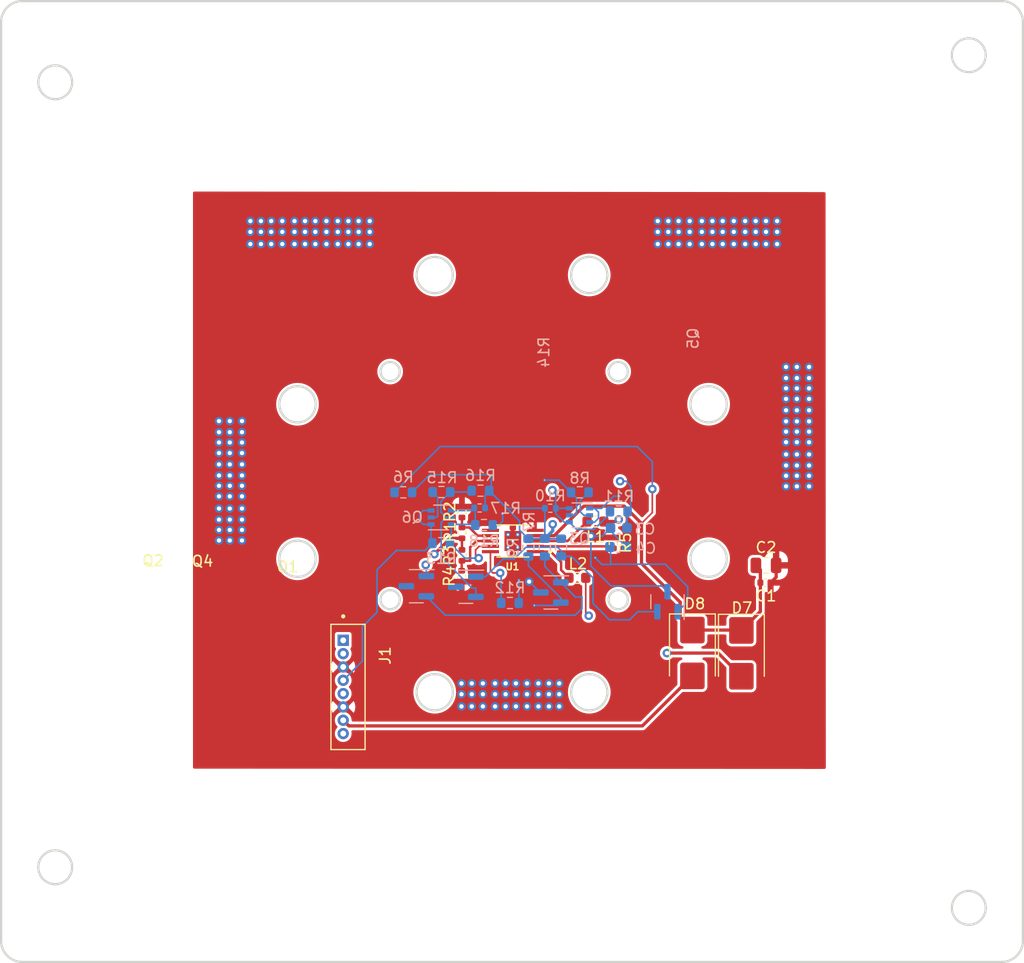
<source format=kicad_pcb>
(kicad_pcb (version 20221018) (generator pcbnew)
  (layers (0 "F.Cu" signal) (1 "In1.Cu" power) (2 "In2.Cu" jumper) (3 "In3.Cu" signal) (4 "In4.Cu" signal) (5 "In5.Cu" signal) (6 "In6.Cu" signal) (31 "B.Cu" signal) (34 "B.Paste" user) (35 "F.Paste" user) (36 "B.SilkS" user "B.Silkscreen") (37 "F.SilkS" user "F.Silkscreen") (38 "B.Mask" user) (39 "F.Mask" user) (44 "Edge.Cuts" user))
  (net 0 "")
  (net 1 "Net-(D7-K)")
  (net 2 "GND")
  (net 3 "Net-(Q2-G)")
  (net 4 "Net-(Q5-G)")
  (net 5 "+3.3V")
  (net 6 "VBATT")
  (net 7 "SCL1_b4iso")
  (net 8 "/VBURN")
  (net 9 "/VSOLAR")
  (net 10 "SDA1_b4iso")
  (net 11 "/coils")
  (net 12 "Net-(U1-OUT1)")
  (net 13 "Net-(U1-OUT2)")
  (net 14 "Net-(Q1-G)")
  (net 15 "Net-(Q1-S)")
  (net 16 "Net-(Q3A-B1)")
  (net 17 "SCL")
  (net 18 "Net-(Q4-G)")
  (net 19 "Net-(Q4-S)")
  (net 20 "Net-(Q6A-B1)")
  (net 21 "SDA")
  (net 22 "Net-(U1-A0)")
  (net 23 "Net-(U1-A1)")
  (net 24 "Net-(U1-ISENSE)")
  (footprint "Inductor_SMD:L_0603_1608Metric" (layer "F.Cu") (at 160.3755 98.9076 180)
    (fp_text reference "L1")
    (fp_text value "TBD" hide)
  )
  (footprint "Inductor_SMD:L_0603_1608Metric" (layer "F.Cu") (at 158.6738 104.1908 180)
    (fp_text reference "L2")
    (fp_text value "TBD" hide)
  )
  (footprint "Resistor_SMD:R_0402_1005Metric" (layer "F.Cu") (at 162.052 100.9142 90)
    (fp_text reference "R5")
    (fp_text value "0" hide)
  )
  (footprint "Diode_SMD:D_SMB" (layer "F.Cu") (at 169.4688 111.243 -90)
    (fp_text reference "D8")
    (fp_text value "B220")
  )
  (footprint "Resistor_SMD:R_0402_1005Metric" (layer "F.Cu") (at 147.8449 99.9744 -90)
    (fp_text reference "R1")
    (fp_text value "0" hide)
  )
  (footprint "0530470810:MOLEX_0530470810" (layer "F.Cu") (at 137.1528 114.4316 -90)
    (fp_text reference "J1")
    (fp_text value "0530470810")
  )
  (footprint "Diode_SMD:D_SMB" (layer "F.Cu") (at 174.0662 111.2774 -90)
    (fp_text reference "D7")
    (fp_text value "B220")
  )
  (footprint "Resistor_SMD:R_0402_1005Metric" (layer "F.Cu") (at 147.8195 104.0384 90)
    (fp_text reference "R4")
    (fp_text value "0" hide)
  )
  (footprint "Resistor_SMD:R_0402_1005Metric" (layer "F.Cu") (at 147.8449 102.0826 90)
    (fp_text reference "R3")
    (fp_text value "0" hide)
  )
  (footprint "Resistor_SMD:R_0402_1005Metric" (layer "F.Cu") (at 147.8449 98.0186 -90)
    (fp_text reference "R2")
    (fp_text value "0" hide)
  )
  (footprint "Capacitor_SMD:C_0805_2012Metric" (layer "F.Cu") (at 176.3776 103.0224)
    (fp_text reference "C2")
    (fp_text value "10uF" hide)
  )
  (footprint "Capacitor_SMD:C_0402_1005Metric" (layer "F.Cu") (at 176.3268 104.648)
    (fp_text reference "C1")
    (fp_text value "0.1uF" hide)
  )
  (footprint "DRV8830DGQ:IC_XTR111AIDGQR" (layer "F.Cu") (at 152.6201 100.7364 180)
    (fp_text reference "U1")
    (fp_text value "DRV8830DGQ" hide)
  )
  (footprint "Capacitor_SMD:C_0603_1608Metric" (layer "B.Cu") (at 162.5092 101.2952)
    (fp_text reference "C4")
    (fp_text value "10nF" hide)
  )
  (footprint "Package_TO_SOT_SMD:SOT-23" (layer "B.Cu") (at 167.13 106.43 90)
    (fp_text reference "Q5")
    (fp_text value "BSS138" hide)
  )
  (footprint "Resistor_SMD:R_0603_1608Metric" (layer "B.Cu") (at 152.3492 106.553 180)
    (fp_text reference "R12")
    (fp_text value "0" hide)
  )
  (footprint "Package_TO_SOT_SMD:SOT-23" (layer "B.Cu") (at 156.1846 105.5624 180)
    (fp_text reference "Q1")
    (fp_text value "BSS138" hide)
  )
  (footprint "Resistor_SMD:R_0402_1005Metric" (layer "B.Cu") (at 149.5044 97.6376)
    (fp_text reference "R17")
    (fp_text value "10K" hide)
  )
  (footprint "Resistor_SMD:R_0402_1005Metric" (layer "B.Cu") (at 156.1338 97.663 180)
    (fp_text reference "R10")
    (fp_text value "10K" hide)
  )
  (footprint "Resistor_SMD:R_0603_1608Metric" (layer "B.Cu") (at 149.5806 96.012 180)
    (fp_text reference "R16")
    (fp_text value "10K" hide)
  )
  (footprint "Resistor_SMD:R_0603_1608Metric" (layer "B.Cu") (at 155.6258 101.346 90)
    (fp_text reference "R7")
    (fp_text value "10K" hide)
  )
  (footprint "Resistor_SMD:R_0603_1608Metric" (layer "B.Cu") (at 154.0764 101.3592 -90)
    (fp_text reference "R9")
    (fp_text value "10K" hide)
  )
  (footprint "Capacitor_SMD:C_0603_1608Metric" (layer "B.Cu") (at 162.56 99.5172 180)
    (fp_text reference "C3")
    (fp_text value "10nF" hide)
  )
  (footprint "Package_TO_SOT_SMD:SOT-23" (layer "B.Cu") (at 148.209 105.029 180)
    (fp_text reference "Q4")
    (fp_text value "BSS138" hide)
  )
  (footprint "Resistor_SMD:R_0603_1608Metric" (layer "B.Cu") (at 162.56 97.9678 180)
    (fp_text reference "R11")
    (fp_text value "100K" hide)
  )
  (footprint "Resistor_SMD:R_0603_1608Metric" (layer "B.Cu") (at 145.923 96.139)
    (fp_text reference "R15")
    (fp_text value "600" hide)
  )
  (footprint "Resistor_SMD:R_0603_1608Metric" (layer "B.Cu") (at 158.9024 96.1644)
    (fp_text reference "R8")
    (fp_text value "600" hide)
  )
  (footprint "Package_TO_SOT_SMD:SOT-23" (layer "B.Cu") (at 143.5608 104.9782 180)
    (fp_text reference "Q2")
    (fp_text value "BSS138" hide)
  )
  (footprint "Resistor_SMD:R_0603_1608Metric" (layer "B.Cu") (at 149.9108 99.2378 180)
    (fp_text reference "R18")
    (fp_text value "100K" hide)
  )
  (footprint "Resistor_SMD:R_0603_1608Metric" (layer "B.Cu") (at 145.8976 100.9396)
    (fp_text reference "R13")
    (fp_text value "0" hide)
  )
  (footprint "Resistor_SMD:R_0603_1608Metric" (layer "B.Cu") (at 142.3416 96.1644 180)
    (fp_text reference "R6")
    (fp_text value "0" hide)
  )
  (footprint "Package_TO_SOT_SMD:SOT-363_SC-70-6" (layer "B.Cu") (at 158.877 98.3234 180)
    (fp_text reference "Q3")
    (fp_text value "MBT2222ADW1T1" hide)
  )
  (footprint "Package_TO_SOT_SMD:SOT-363_SC-70-6" (layer "B.Cu") (at 145.8976 98.5266)
    (fp_text reference "Q6")
    (fp_text value "MBT2222ADW1T1" hide)
  )
  (footprint "Resistor_SMD:R_0603_1608Metric" (layer "B.Cu") (at 157.1498 101.346 90)
    (fp_text reference "R14")
    (fp_text value "10K" hide)
  )
  (gr_line (start 198.4872 140.24) (end 106.5972 140.24) (stroke (width 0.2)) (layer "Edge.Cuts"))
  (gr_circle (center 109.6772 57.69) (end 111.2672 57.69) (stroke (width 0.2)) (fill none) (layer "Edge.Cuts"))
  (gr_circle (center 170.991542 87.901046) (end 172.691542 87.901046) (stroke (width 0.2)) (fill none) (layer "Edge.Cuts"))
  (gr_line (start 200.4872 52.07) (end 200.4872 138.24) (stroke (width 0.2)) (layer "Edge.Cuts"))
  (gr_line (start 106.5972 140.24) (end 198.4872 140.24) (stroke (width 0.2)) (layer "Edge.Cuts"))
  (gr_circle (center 159.791836 114.92427) (end 161.491836 114.92427) (stroke (width 0.2)) (fill none) (layer "Edge.Cuts"))
  (gr_circle (center 162.508712 106.238114) (end 163.408712 106.238114) (stroke (width 0.2)) (fill none) (layer "Edge.Cuts"))
  (gr_circle (center 159.791836 114.92427) (end 161.491836 114.92427) (stroke (width 0.2)) (fill none) (layer "Edge.Cuts"))
  (gr_circle (center 141.108712 106.238114) (end 142.008712 106.238114) (stroke (width 0.2)) (fill none) (layer "Edge.Cuts"))
  (gr_circle (center 195.4072 55.15) (end 196.9972 55.15) (stroke (width 0.2)) (fill none) (layer "Edge.Cuts"))
  (gr_circle (center 109.6772 131.35) (end 111.2672 131.35) (stroke (width 0.2)) (fill none) (layer "Edge.Cuts"))
  (gr_arc (start 198.4872 50.07) (mid 199.901438 50.655779) (end 200.4872 52.07) (stroke (width 0.2)) (layer "Edge.Cuts"))
  (gr_circle (center 132.413984 87.905285) (end 134.113984 87.905285) (stroke (width 0.2)) (fill none) (layer "Edge.Cuts"))
  (gr_arc (start 200.4872 138.24) (mid 199.901428 139.654237) (end 198.4872 140.24) (stroke (width 0.2)) (layer "Edge.Cuts"))
  (gr_line (start 104.5972 138.24) (end 104.5972 52.07) (stroke (width 0.2)) (layer "Edge.Cuts"))
  (gr_circle (center 145.291132 75.778671) (end 146.991132 75.778671) (stroke (width 0.2)) (fill none) (layer "Edge.Cuts"))
  (gr_line (start 198.4872 50.07) (end 106.5972 50.07) (stroke (width 0.2)) (layer "Edge.Cuts"))
  (gr_circle (center 195.4072 55.15) (end 196.9972 55.15) (stroke (width 0.2)) (fill none) (layer "Edge.Cuts"))
  (gr_circle (center 162.508712 84.838114) (end 163.408712 84.838114) (stroke (width 0.2)) (fill none) (layer "Edge.Cuts"))
  (gr_circle (center 141.108712 84.838114) (end 142.008712 84.838114) (stroke (width 0.2)) (fill none) (layer "Edge.Cuts"))
  (gr_circle (center 141.108712 106.238114) (end 142.008712 106.238114) (stroke (width 0.2)) (fill none) (layer "Edge.Cuts"))
  (gr_circle (center 170.991542 102.401046) (end 172.691542 102.401046) (stroke (width 0.2)) (fill none) (layer "Edge.Cuts"))
  (gr_circle (center 145.291836 114.92427) (end 146.991836 114.92427) (stroke (width 0.2)) (fill none) (layer "Edge.Cuts"))
  (gr_circle (center 145.291836 114.92427) (end 146.991836 114.92427) (stroke (width 0.2)) (fill none) (layer "Edge.Cuts"))
  (gr_circle (center 195.4072 135.16) (end 196.9972 135.16) (stroke (width 0.2)) (fill none) (layer "Edge.Cuts"))
  (gr_arc (start 198.4872 50.07) (mid 199.901438 50.655779) (end 200.4872 52.07) (stroke (width 0.2)) (layer "Edge.Cuts"))
  (gr_line (start 200.4872 138.24) (end 200.4872 52.07) (stroke (width 0.2)) (layer "Edge.Cuts"))
  (gr_circle (center 162.508712 84.838114) (end 163.408712 84.838114) (stroke (width 0.2)) (fill none) (layer "Edge.Cuts"))
  (gr_circle (center 195.4072 135.16) (end 196.9972 135.16) (stroke (width 0.2)) (fill none) (layer "Edge.Cuts"))
  (gr_circle (center 132.413984 87.905285) (end 134.113984 87.905285) (stroke (width 0.2)) (fill none) (layer "Edge.Cuts"))
  (gr_circle (center 162.508712 106.238114) (end 163.408712 106.238114) (stroke (width 0.2)) (fill none) (layer "Edge.Cuts"))
  (gr_circle (center 170.991542 102.401046) (end 172.691542 102.401046) (stroke (width 0.2)) (fill none) (layer "Edge.Cuts"))
  (gr_arc (start 104.5972 52.07) (mid 105.182988 50.655788) (end 106.5972 50.07) (stroke (width 0.2)) (layer "Edge.Cuts"))
  (gr_circle (center 170.991542 87.901046) (end 172.691542 87.901046) (stroke (width 0.2)) (fill none) (layer "Edge.Cuts"))
  (gr_circle (center 141.108712 84.838114) (end 142.008712 84.838114) (stroke (width 0.2)) (fill none) (layer "Edge.Cuts"))
  (gr_arc (start 104.5972 52.07) (mid 105.182988 50.655788) (end 106.5972 50.07) (stroke (width 0.2)) (layer "Edge.Cuts"))
  (gr_circle (center 145.291132 75.778671) (end 146.991132 75.778671) (stroke (width 0.2)) (fill none) (layer "Edge.Cuts"))
  (gr_circle (center 159.78696 75.772971) (end 161.48696 75.772971) (stroke (width 0.2)) (fill none) (layer "Edge.Cuts"))
  (gr_circle (center 159.78696 75.772971) (end 161.48696 75.772971) (stroke (width 0.2)) (fill none) (layer "Edge.Cuts"))
  (gr_arc (start 200.4872 138.24) (mid 199.901428 139.654237) (end 198.4872 140.24) (stroke (width 0.2)) (layer "Edge.Cuts"))
  (gr_circle (center 132.413984 102.405285) (end 134.113984 102.405285) (stroke (width 0.2)) (fill none) (layer "Edge.Cuts"))
  (gr_circle (center 109.6772 57.69) (end 111.2672 57.69) (stroke (width 0.2)) (fill none) (layer "Edge.Cuts"))
  (gr_circle (center 109.6772 131.35) (end 111.2672 131.35) (stroke (width 0.2)) (fill none) (layer "Edge.Cuts"))
  (gr_arc (start 106.5972 140.24) (mid 105.182987 139.654213) (end 104.5972 138.24) (stroke (width 0.2)) (layer "Edge.Cuts"))
  (gr_arc (start 106.5972 140.24) (mid 105.182987 139.654213) (end 104.5972 138.24) (stroke (width 0.2)) (layer "Edge.Cuts"))
  (gr_circle (center 132.413984 102.405285) (end 134.113984 102.405285) (stroke (width 0.2)) (fill none) (layer "Edge.Cuts"))
  (gr_line (start 104.5972 52.07) (end 104.5972 138.24) (stroke (width 0.2)) (layer "Edge.Cuts"))
  (gr_line (start 106.5972 50.07) (end 198.4872 50.07) (stroke (width 0.2)) (layer "Edge.Cuts"))
  (segment (start 169.4688 109.093) (end 174.0318 109.093) (width 0.3048) (layer "F.Cu") (net 1))
  (segment (start 175.8468 104.648) (end 175.8468 103.4416) (width 0.3048) (layer "F.Cu") (net 1))
  (segment (start 164.6936 102.8446) (end 164.6936 99.0854) (width 0.3048) (layer "F.Cu") (net 1))
  (segment (start 165.7096 98.0694) (end 164.6936 99.0854) (width 0.1524) (layer "F.Cu") (net 1))
  (segment (start 159.2834 97.4598) (end 156.5068 100.2364) (width 0.3048) (layer "F.Cu") (net 1))
  (segment (start 156.5068 100.2364) (end 154.7201 100.2364) (width 0.3048) (layer "F.Cu") (net 1))
  (segment (start 174.0662 109.1274) (end 175.8468 107.3468) (width 0.3048) (layer "F.Cu") (net 1))
  (segment (start 174.0318 109.093) (end 174.0662 109.1274) (width 0.3048) (layer "F.Cu") (net 1))
  (segment (start 168.3258 107.95) (end 168.3258 106.4768) (width 0.3048) (layer "F.Cu") (net 1))
  (segment (start 164.6936 99.0854) (end 163.068 97.4598) (width 0.3048) (layer "F.Cu") (net 1))
  (segment (start 165.7096 95.8596) (end 165.7096 98.0694) (width 0.1524) (layer "F.Cu") (net 1))
  (segment (start 175.8468 103.4416) (end 175.4276 103.0224) (width 0.3048) (layer "F.Cu") (net 1))
  (segment (start 168.3258 106.4768) (end 164.6936 102.8446) (width 0.3048) (layer "F.Cu") (net 1))
  (segment (start 175.8468 107.3468) (end 175.8468 104.648) (width 0.3048) (layer "F.Cu") (net 1))
  (segment (start 169.4688 109.093) (end 168.3258 107.95) (width 0.3048) (layer "F.Cu") (net 1))
  (segment (start 163.068 97.4598) (end 159.2834 97.4598) (width 0.3048) (layer "F.Cu") (net 1))
  (via (at 165.7096 95.8596) (size 0.8) (drill 0.4) (layers "F.Cu" "B.Cu") (net 1))
  (segment (start 164.2872 91.8718) (end 165.7096 93.2942) (width 0.1524) (layer "B.Cu") (net 1))
  (segment (start 165.7096 93.2942) (end 165.7096 95.8596) (width 0.1524) (layer "B.Cu") (net 1))
  (segment (start 141.5166 96.1644) (end 145.8092 91.8718) (width 0.1524) (layer "B.Cu") (net 1))
  (segment (start 145.8092 91.8718) (end 164.2872 91.8718) (width 0.1524) (layer "B.Cu") (net 1))
  (segment (start 136.7028 116.3066) (end 125.0442 104.648) (width 0.1524) (layer "F.Cu") (net 2))
  (segment (start 154.7201 99.7364) (end 152.4923 97.5086) (width 0.1524) (layer "F.Cu") (net 2))
  (segment (start 160.0757 100.4042) (end 159.9438 100.2723) (width 0.1524) (layer "F.Cu") (net 2))
  (segment (start 177.3276 104.1272) (end 176.8068 104.648) (width 0.3048) (layer "F.Cu") (net 2))
  (segment (start 125.0442 104.648) (end 125.0442 100.6856) (width 0.1524) (layer "F.Cu") (net 2))
  (segment (start 177.3276 103.0224) (end 177.3276 104.1272) (width 0.3048) (layer "F.Cu") (net 2))
  (segment (start 127.2032 103.057) (end 127.2032 100.6856) (width 0.1524) (layer "F.Cu") (net 2))
  (segment (start 152.4923 97.5086) (end 147.8449 97.5086) (width 0.1524) (layer "F.Cu") (net 2))
  (segment (start 136.7028 112.5566) (end 127.2032 103.057) (width 0.1524) (layer "F.Cu") (net 2))
  (segment (start 162.052 100.4042) (end 160.0757 100.4042) (width 0.1524) (layer "F.Cu") (net 2))
  (via (at 156.0068 116.2558) (size 0.8) (drill 0.4) (layers "F.Cu" "B.Cu") (net 2))
  (via (at 178.2572 87.4014) (size 0.8) (drill 0.4) (layers "F.Cu" "B.Cu") (net 2))
  (via (at 148.7678 114.0968) (size 0.8) (drill 0.4) (layers "F.Cu" "B.Cu") (net 2))
  (via (at 167.2082 71.7296) (size 0.8) (drill 0.4) (layers "F.Cu" "B.Cu") (net 2))
  (via (at 180.4162 84.4042) (size 0.8) (drill 0.4) (layers "F.Cu" "B.Cu") (net 2))
  (via (at 180.4162 93.6498) (size 0.8) (drill 0.4) (layers "F.Cu" "B.Cu") (net 2))
  (via (at 155.0162 114.0968) (size 0.8) (drill 0.4) (layers "F.Cu" "B.Cu") (net 2))
  (via (at 126.0602 99.695) (size 0.8) (drill 0.4) (layers "F.Cu" "B.Cu") (net 2))
  (via (at 177.419 70.7136) (size 0.8) (drill 0.4) (layers "F.Cu" "B.Cu") (net 2))
  (via (at 153.9494 114.0968) (size 0.8) (drill 0.4) (layers "F.Cu" "B.Cu") (net 2))
  (via (at 179.2732 93.6498) (size 0.8) (drill 0.4) (layers "F.Cu" "B.Cu") (net 2))
  (via (at 170.3578 70.7136) (size 0.8) (drill 0.4) (layers "F.Cu" "B.Cu") (net 2))
  (via (at 137.1854 71.7296) (size 0.8) (drill 0.4) (layers "F.Cu" "B.Cu") (net 2))
  (via (at 152.908 116.2558) (size 0.8) (drill 0.4) (layers "F.Cu" "B.Cu") (net 2))
  (via (at 126.0602 95.5548) (size 0.8) (drill 0.4) (layers "F.Cu" "B.Cu") (net 2))
  (via (at 180.4162 94.615) (size 0.8) (drill 0.4) (layers "F.Cu" "B.Cu") (net 2))
  (via (at 150.9522 116.2558) (size 0.8) (drill 0.4) (layers "F.Cu" "B.Cu") (net 2))
  (via (at 172.3136 72.8726) (size 0.8) (drill 0.4) (layers "F.Cu" "B.Cu") (net 2))
  (via (at 169.2148 71.7296) (size 0.8) (drill 0.4) (layers "F.Cu" "B.Cu") (net 2))
  (via (at 148.7678 115.1128) (size 0.8) (drill 0.4) (layers "F.Cu" "B.Cu") (net 2))
  (via (at 132.1308 71.7296) (size 0.8) (drill 0.4) (layers "F.Cu" "B.Cu") (net 2))
  (via (at 170.3578 72.8726) (size 0.8) (drill 0.4) (layers "F.Cu" "B.Cu") (net 2))
  (via (at 168.1734 71.7296) (size 0.8) (drill 0.4) (layers "F.Cu" "B.Cu") (net 2))
  (via (at 132.1308 72.8726) (size 0.8) (drill 0.4) (layers "F.Cu" "B.Cu") (net 2))
  (via (at 180.4162 89.5096) (size 0.8) (drill 0.4) (layers "F.Cu" "B.Cu") (net 2))
  (via (at 171.3484 72.8726) (size 0.8) (drill 0.4) (layers "F.Cu" "B.Cu") (net 2))
  (via (at 168.1734 70.7136) (size 0.8) (drill 0.4) (layers "F.Cu" "B.Cu") (net 2))
  (via (at 133.1214 72.8726) (size 0.8) (drill 0.4) (layers "F.Cu" "B.Cu") (net 2))
  (via (at 135.128 71.7296) (size 0.8) (drill 0.4) (layers "F.Cu" "B.Cu") (net 2))
  (via (at 153.9494 115.1128) (size 0.8) (drill 0.4) (layers "F.Cu" "B.Cu") (net 2))
  (via (at 129.9464 71.7296) (size 0.8) (drill 0.4) (layers "F.Cu" "B.Cu") (net 2))
  (via (at 127.2032 93.5482) (size 0.8) (drill 0.4) (layers "F.Cu" "B.Cu") (net 2))
  (via (at 178.2572 89.5096) (size 0.8) (drill 0.4) (layers "F.Cu" "B.Cu") (net 2))
  (via (at 178.2572 91.4654) (size 0.8) (drill 0.4) (layers "F.Cu" "B.Cu") (net 2))
  (via (at 147.8026 116.2558) (size 0.8) (drill 0.4) (layers "F.Cu" "B.Cu") (net 2))
  (via (at 125.0442 96.5454) (size 0.8) (drill 0.4) (layers "F.Cu" "B.Cu") (net 2))
  (via (at 174.4218 70.7136) (size 0.8) (drill 0.4) (layers "F.Cu" "B.Cu") (net 2))
  (via (at 126.0602 94.5896) (size 0.8) (drill 0.4) (layers "F.Cu" "B.Cu") (net 2))
  (via (at 130.9878 70.7136) (size 0.8) (drill 0.4) (layers "F.Cu" "B.Cu") (net 2))
  (via (at 135.128 70.7136) (size 0.8) (drill 0.4) (layers "F.Cu" "B.Cu") (net 2))
  (via (at 127.2032 98.7298) (size 0.8) (drill 0.4) (layers "F.Cu" "B.Cu") (net 2))
  (via (at 179.2732 92.6084) (size 0.8) (drill 0.4) (layers "F.Cu" "B.Cu") (net 2))
  (via (at 153.9494 116.2558) (size 0.8) (drill 0.4) (layers "F.Cu" "B.Cu") (net 2))
  (via (at 156.0068 115.1128) (size 0.8) (drill 0.4) (layers "F.Cu" "B.Cu") (net 2))
  (via (at 126.0602 93.5482) (size 0.8) (drill 0.4) (layers "F.Cu" "B.Cu") (net 2))
  (via (at 127.9906 71.7296) (size 0.8) (drill 0.4) (layers "F.Cu" "B.Cu") (net 2))
  (via (at 127.2032 92.4814) (size 0.8) (drill 0.4) (layers "F.Cu" "B.Cu") (net 2))
  (via (at 172.3136 71.7296) (size 0.8) (drill 0.4) (layers "F.Cu" "B.Cu") (net 2))
  (via (at 126.0602 90.5256) (size 0.8) (drill 0.4) (layers "F.Cu" "B.Cu") (net 2))
  (via (at 127.2032 89.4842) (size 0.8) (drill 0.4) (layers "F.Cu" "B.Cu") (net 2))
  (via (at 178.2572 94.615) (size 0.8) (drill 0.4) (layers "F.Cu" "B.Cu") (net 2))
  (via (at 134.0866 72.8726) (size 0.8) (drill 0.4) (layers "F.Cu" "B.Cu") (net 2))
  (via (at 152.908 115.1128) (size 0.8) (drill 0.4) (layers "F.Cu" "B.Cu") (net 2))
  (via (at 138.1506 70.7136) (size 0.8) (drill 0.4) (layers "F.Cu" "B.Cu") (net 2))
  (via (at 175.4124 70.7136) (size 0.8) (drill 0.4) (layers "F.Cu" "B.Cu") (net 2))
  (via (at 128.9812 70.7136) (size 0.8) (drill 0.4) (layers "F.Cu" "B.Cu") (net 2))
  (via (at 177.419 71.7296) (size 0.8) (drill 0.4) (layers "F.Cu" "B.Cu") (net 2))
  (via (at 136.1948 72.8726) (size 0.8) (drill 0.4) (layers "F.Cu" "B.Cu") (net 2))
  (via (at 178.2572 86.4108) (size 0.8) (drill 0.4) (layers "F.Cu" "B.Cu") (net 2))
  (via (at 127.2032 97.6884) (size 0.8) (drill 0.4) (layers "F.Cu" "B.Cu") (net 2))
  (via (at 159.9438 100.2723) (size 0.8) (drill 0.4) (layers "F.Cu" "B.Cu") (net 2))
  (via (at 136.1948 71.7296) (size 0.8) (drill 0.4) (layers "F.Cu" "B.Cu") (net 2))
  (via (at 180.4162 87.4014) (size 0.8) (drill 0.4) (layers "F.Cu" "B.Cu") (net 2))
  (via (at 127.2032 90.5256) (size 0.8) (drill 0.4) (layers "F.Cu" "B.Cu") (net 2))
  (via (at 154.1526 104.5464) (size 0.8) (drill 0.4) (layers "F.Cu" "B.Cu") (net 2))
  (via (at 134.0866 70.7136) (size 0.8) (drill 0.4) (layers "F.Cu" "B.Cu") (net 2))
  (via (at 180.4162 95.6056) (size 0.8) (drill 0.4) (layers "F.Cu" "B.Cu") (net 2))
  (via (at 156.0068 114.0968) (size 0.8) (drill 0.4) (layers "F.Cu" "B.Cu") (net 2))
  (via (at 150.9522 114.0968) (size 0.8) (drill 0.4) (layers "F.Cu" "B.Cu") (net 2))
  (via (at 130.9878 71.7296) (size 0.8) (drill 0.4) (layers "F.Cu" "B.Cu") (net 2))
  (via (at 127.2032 96.5454) (size 0.8) (drill 0.4) (layers "F.Cu" "B.Cu") (net 2))
  (via (at 125.0442 92.4814) (size 0.8) (drill 0.4) (layers "F.Cu" "B.Cu") (net 2))
  (via (at 176.3776 70.7136) (size 0.8) (drill 0.4) (layers "F.Cu" "B.Cu") (net 2))
  (via (at 132.1308 70.7136) (size 0.8) (drill 0.4) (layers "F.Cu" "B.Cu") (net 2))
  (via (at 149.8092 116.2558) (size 0.8) (drill 0.4) (layers "F.Cu" "B.Cu") (net 2))
  (via (at 178.2572 93.6498) (size 0.8) (drill 0.4) (layers "F.Cu" "B.Cu") (net 2))
  (via (at 179.2732 85.4456) (size 0.8) (drill 0.4) (layers "F.Cu" "B.Cu") (net 2))
  (via (at 138.1506 71.7296) (size 0.8) (drill 0.4) (layers "F.Cu" "B.Cu") (net 2))
  (via (at 151.9428 114.0968) (size 0.8) (drill 0.4) (layers "F.Cu" "B.Cu") (net 2))
  (via (at 173.355 72.8726) (size 0.8) (drill 0.4) (layers "F.Cu" "B.Cu") (net 2))
  (via (at 179.2732 90.4748) (size 0.8) (drill 0.4) (layers "F.Cu" "B.Cu") (net 2))
  (via (at 178.2572 92.6084) (size 0.8) (drill 0.4) (layers "F.Cu" "B.Cu") (net 2))
  (via (at 171.3484 71.7296) (size 0.8) (drill 0.4) (layers "F.Cu" "B.Cu") (net 2))
  (via (at 125.0442 89.4842) (size 0.8) (drill 0.4) (layers "F.Cu" "B.Cu") (net 2))
  (via (at 149.8092 114.0968) (size 0.8) (drill 0.4) (layers "F.Cu" "B.Cu") (net 2))
  (via (at 156.972 115.1128) (size 0.8) (drill 0.4) (layers "F.Cu" "B.Cu") (net 2))
  (via (at 133.1214 71.7296) (size 0.8) (drill 0.4) (layers "F.Cu" "B.Cu") (net 2))
  (via (at 179.2732 84.4042) (size 0.8) (drill 0.4) (layers "F.Cu" "B.Cu") (net 2))
  (via (at 126.0602 89.4842) (size 0.8) (drill 0.4) (layers "F.Cu" "B.Cu") (net 2))
  (via (at 137.1854 70.7136) (size 0.8) (drill 0.4) (layers "F.Cu" "B.Cu") (net 2))
  (via (at 125.0442 90.5256) (size 0.8) (drill 0.4) (layers "F.Cu" "B.Cu") (net 2))
  (via (at 174.4218 72.8726) (size 0.8) (drill 0.4) (layers "F.Cu" "B.Cu") (net 2))
  (via (at 127.9906 72.8726) (size 0.8) (drill 0.4) (layers "F.Cu" "B.Cu") (net 2))
  (via (at 151.9428 115.1128) (size 0.8) (drill 0.4) (layers "F.Cu" "B.Cu") (net 2))
  (via (at 139.192 72.8726) (size 0.8) (drill 0.4) (layers "F.Cu" "B.Cu") (net 2))
  (via (at 175.4124 72.8726) (size 0.8) (drill 0.4) (layers "F.Cu" "B.Cu") (net 2))
  (via (at 168.1734 72.8726) (size 0.8) (drill 0.4) (layers "F.Cu" "B.Cu") (net 2))
  (via (at 126.0602 92.4814) (size 0.8) (drill 0.4) (layers "F.Cu" "B.Cu") (net 2))
  (via (at 127.2032 94.5896) (size 0.8) (drill 0.4) (layers "F.Cu" "B.Cu") (net 2))
  (via (at 127.9906 70.7136) (size 0.8) (drill 0.4) (layers "F.Cu" "B.Cu") (net 2))
  (via (at 129.9464 70.7136) (size 0.8) (drill 0.4) (layers "F.Cu" "B.Cu") (net 2))
  (via (at 135.128 72.8726) (size 0.8) (drill 0.4) (layers "F.Cu" "B.Cu") (net 2))
  (via (at 155.0162 116.2558) (size 0.8) (drill 0.4) (layers "F.Cu" "B.Cu") (net 2))
  (via (at 171.3484 70.7136) (size 0.8) (drill 0.4) (layers "F.Cu" "B.Cu") (net 2))
  (via (at 137.1854 72.8726) (size 0.8) (drill 0.4) (layers "F.Cu" "B.Cu") (net 2))
  (via (at 179.2732 94.615) (size 0.8) (drill 0.4) (layers "F.Cu" "B.Cu") (net 2))
  (via (at 134.0866 71.7296) (size 0.8) (drill 0.4) (layers "F.Cu" "B.Cu") (net 2))
  (via (at 156.972 116.2558) (size 0.8) (drill 0.4) (layers "F.Cu" "B.Cu") (net 2))
  (via (at 136.1948 70.7136) (size 0.8) (drill 0.4) (layers "F.Cu" "B.Cu") (net 2))
  (via (at 169.2148 70.7136) (size 0.8) (drill 0.4) (layers "F.Cu" "B.Cu") (net 2))
  (via (at 167.2082 70.7136) (size 0.8) (drill 0.4) (layers "F.Cu" "B.Cu") (net 2))
  (via (at 180.4162 85.4456) (size 0.8) (drill 0.4) (layers "F.Cu" "B.Cu") (net 2))
  (via (at 126.0602 91.4908) (size 0.8) (drill 0.4) (layers "F.Cu" "B.Cu") (net 2))
  (via (at 178.2572 84.4042) (size 0.8) (drill 0.4) (layers "F.Cu" "B.Cu") (net 2))
  (via (at 126.0602 100.6856) (size 0.8) (drill 0.4) (layers "F.Cu" "B.Cu") (net 2))
  (via (at 139.192 71.7296) (size 0.8) (drill 0.4) (layers "F.Cu" "B.Cu") (net 2))
  (via (at 180.4162 90.4748) (size 0.8) (drill 0.4) (layers "F.Cu" "B.Cu") (net 2))
  (via (at 133.1214 70.7136) (size 0.8) (drill 0.4) (layers "F.Cu" "B.Cu") (net 2))
  (via (at 127.2032 100.6856) (size 0.8) (drill 0.4) (layers "F.Cu" "B.Cu") (net 2))
  (via (at 147.8026 114.0968) (size 0.8) (drill 0.4) (layers "F.Cu" "B.Cu") (net 2))
  (via (at 127.2032 99.695) (size 0.8) (drill 0.4) (layers "F.Cu" "B.Cu") (net 2))
  (via (at 125.0442 98.7298) (size 0.8) (drill 0.4) (layers "F.Cu" "B.Cu") (net 2))
  (via (at 128.9812 71.7296) (size 0.8) (drill 0.4) (layers "F.Cu" "B.Cu") (net 2))
  (via (at 130.9878 72.8726) (size 0.8) (drill 0.4) (layers "F.Cu" "B.Cu") (net 2))
  (via (at 126.0602 98.7298) (size 0.8) (drill 0.4) (layers "F.Cu" "B.Cu") (net 2))
  (via (at 176.3776 71.7296) (size 0.8) (drill 0.4) (layers "F.Cu" "B.Cu") (net 2))
  (via (at 175.4124 71.7296) (size 0.8) (drill 0.4) (layers "F.Cu" "B.Cu") (net 2))
  (via (at 177.419 72.8726) (size 0.8) (drill 0.4) (layers "F.Cu" "B.Cu") (net 2))
  (via (at 139.192 70.7136) (size 0.8) (drill 0.4) (layers "F.Cu" "B.Cu") (net 2))
  (via (at 166.2176 71.7296) (size 0.8) (drill 0.4) (layers "F.Cu" "B.Cu") (net 2))
  (via (at 173.355 71.7296) (size 0.8) (drill 0.4) (layers "F.Cu" "B.Cu") (net 2))
  (via (at 152.908 114.0968) (size 0.8) (drill 0.4) (layers "F.Cu" "B.Cu") (net 2))
  (via (at 148.7678 116.2558) (size 0.8) (drill 0.4) (layers "F.Cu" "B.Cu") (net 2))
  (via (at 126.0602 96.5454) (size 0.8) (drill 0.4) (layers "F.Cu" "B.Cu") (net 2))
  (via (at 170.3578 71.7296) (size 0.8) (drill 0.4) (layers "F.Cu" "B.Cu") (net 2))
  (via (at 125.0442 100.6856) (size 0.8) (drill 0.4) (layers "F.Cu" "B.Cu") (net 2))
  (via (at 178.2572 95.6056) (size 0.8) (drill 0.4) (layers "F.Cu" "B.Cu") (net 2))
  (via (at 125.0442 94.5896) (size 0.8) (drill 0.4) (layers "F.Cu" "B.Cu") (net 2))
  (via (at 125.0442 91.4908) (size 0.8) (drill 0.4) (layers "F.Cu" "B.Cu") (net 2))
  (via (at 155.0162 115.1128) (size 0.8) (drill 0.4) (layers "F.Cu" "B.Cu") (net 2))
  (via (at 127.2032 95.5548) (size 0.8) (drill 0.4) (layers "F.Cu" "B.Cu") (net 2))
  (via (at 180.4162 91.4654) (size 0.8) (drill 0.4) (layers "F.Cu" "B.Cu") (net 2))
  (via (at 125.0442 93.5482) (size 0.8) (drill 0.4) (layers "F.Cu" "B.Cu") (net 2))
  (via (at 180.4162 88.4682) (size 0.8) (drill 0.4) (layers "F.Cu" "B.Cu") (net 2))
  (via (at 138.1506 72.8726) (size 0.8) (drill 0.4) (layers "F.Cu" "B.Cu") (net 2))
  (via (at 179.2732 95.6056) (size 0.8) (drill 0.4) (layers "F.Cu" "B.Cu") (net 2))
  (via (at 126.0602 97.6884) (size 0.8) (drill 0.4) (layers "F.Cu" "B.Cu") (net 2))
  (via (at 147.8026 115.1128) (size 0.8) (drill 0.4) (layers "F.Cu" "B.Cu") (net 2))
  (via (at 166.2176 72.8726) (size 0.8) (drill 0.4) (layers "F.Cu" "B.Cu") (net 2))
  (via (at 176.3776 72.8726) (size 0.8) (drill 0.4) (layers "F.Cu" "B.Cu") (net 2))
  (via (at 180.4162 86.4108) (size 0.8) (drill 0.4) (layers "F.Cu" "B.Cu") (net 2))
  (via (at 179.2732 89.5096) (size 0.8) (drill 0.4) (layers "F.Cu" "B.Cu") (net 2))
  (via (at 178.2572 88.4682) (size 0.8) (drill 0.4) (layers "F.Cu" "B.Cu") (net 2))
  (via (at 127.2032 91.4908) (size 0.8) (drill 0.4) (layers "F.Cu" "B.Cu") (net 2))
  (via (at 150.9522 115.1128) (size 0.8) (drill 0.4) (layers "F.Cu" "B.Cu") (net 2))
  (via (at 179.2732 88.4682) (size 0.8) (drill 0.4) (layers "F.Cu" "B.Cu") (net 2))
  (via (at 125.0442 97.6884) (size 0.8) (drill 0.4) (layers "F.Cu" "B.Cu") (net 2))
  (via (at 174.4218 71.7296) (size 0.8) (drill 0.4) (layers "F.Cu" "B.Cu") (net 2))
  (via (at 128.9812 72.8726) (size 0.8) (drill 0.4) (layers "F.Cu" "B.Cu") (net 2))
  (via (at 149.8092 115.1128) (size 0.8) (drill 0.4) (layers "F.Cu" "B.Cu") (net 2))
  (via (at 129.9464 72.8726) (size 0.8) (drill 0.4) (layers "F.Cu" "B.Cu") (net 2))
  (via (at 169.2148 72.8726) (size 0.8) (drill 0.4) (layers "F.Cu" "B.Cu") (net 2))
  (via (at 167.2082 72.8726) (size 0.8) (drill 0.4) (layers "F.Cu" "B.Cu") (net 2))
  (via (at 125.0442 95.5548) (size 0.8) (drill 0.4) (layers "F.Cu" "B.Cu") (net 2))
  (via (at 172.3136 70.7136) (size 0.8) (drill 0.4) (layers "F.Cu" "B.Cu") (net 2))
  (via (at 173.355 70.7136) (size 0.8) (drill 0.4) (layers "F.Cu" "B.Cu") (net 2))
  (via (at 156.972 114.0968) (size 0.8) (drill 0.4) (layers "F.Cu" "B.Cu") (net 2))
  (via (at 178.2572 90.4748) (size 0.8) (drill 0.4) (layers "F.Cu" "B.Cu") (net 2))
  (via (at 179.2732 87.4014) (size 0.8) (drill 0.4) (layers "F.Cu" "B.Cu") (net 2))
  (via (at 178.2572 85.4456) (size 0.8) (drill 0.4) (layers "F.Cu" "B.Cu") (net 2))
  (via (at 151.9428 116.2558) (size 0.8) (drill 0.4) (layers "F.Cu" "B.Cu") (net 2))
  (via (at 125.0442 99.695) (size 0.8) (drill 0.4) (layers "F.Cu" "B.Cu") (net 2))
  (via (at 179.2732 86.4108) (size 0.8) (drill 0.4) (layers "F.Cu" "B.Cu") (net 2))
  (via (at 179.2732 91.4654) (size 0.8) (drill 0.4) (layers "F.Cu" "B.Cu") (net 2))
  (via (at 166.2176 70.7136) (size 0.8) (drill 0.4) (layers "F.Cu" "B.Cu") (net 2))
  (via (at 180.4162 92.6084) (size 0.8) (drill 0.4) (layers "F.Cu" "B.Cu") (net 2))
  (segment (start 154.1526 104.5464) (end 155.1686 105.5624) (width 0.1524) (layer "B.Cu") (net 2))
  (segment (start 161.785 99.796) (end 163.2842 101.2952) (width 0.1524) (layer "B.Cu") (net 2))
  (segment (start 161.0299 100.2723) (end 159.9438 100.2723) (width 0.1524) (layer "B.Cu") (net 2))
  (segment (start 161.785 99.5172) (end 161.0299 100.2723) (width 0.1524) (layer "B.Cu") (net 2))
  (segment (start 159.9438 100.2723) (end 159.9438 103.0738) (width 0.1524) (layer "B.Cu") (net 2))
  (segment (start 161.785 99.5172) (end 161.785 99.796) (width 0.1524) (layer "B.Cu") (net 2))
  (segment (start 161.822336 104.952336) (end 166.589836 104.952336) (width 0.1524) (layer "B.Cu") (net 2))
  (segment (start 155.1686 105.5624) (end 155.2471 105.5624) (width 0.1524) (layer "B.Cu") (net 2))
  (segment (start 166.589836 104.952336) (end 167.13 105.4925) (width 0.1524) (layer "B.Cu") (net 2))
  (segment (start 159.9438 100.2723) (end 159.639 100.5771) (width 0.2286) (layer "B.Cu") (net 2))
  (segment (start 159.9438 103.0738) (end 161.822336 104.952336) (width 0.1524) (layer "B.Cu") (net 2))
  (via (at 144.4498 102.9716) (size 0.8) (drill 0.4) (layers "F.Cu" "B.Cu") (net 3))
  (via (at 162.687 95.123) (size 0.8) (drill 0.4) (layers "F.Cu" "B.Cu") (net 3))
  (via (at 144.4498 102.9716) (size 0.8) (drill 0.4) (layers "F.Cu" "B.Cu") (net 3))
  (segment (start 163.335 99.5172) (end 163.335 98.0178) (width 0.1524) (layer "B.Cu") (net 3))
  (segment (start 144.4983 103.0201) (end 144.4498 102.9716) (width 0.1524) (layer "B.Cu") (net 3))
  (segment (start 163.6776 97.6752) (end 163.385 97.9678) (width 0.1524) (layer "B.Cu") (net 3))
  (segment (start 163.335 98.0178) (end 163.385 97.9678) (width 0.1524) (layer "B.Cu") (net 3))
  (segment (start 163.6776 95.5548) (end 163.6776 97.6752) (width 0.1524) (layer "B.Cu") (net 3))
  (segment (start 144.4983 104.0282) (end 144.5108 104.0282) (width 0.1524) (layer "B.Cu") (net 3))
  (segment (start 163.2458 95.123) (end 163.6776 95.5548) (width 0.1524) (layer "B.Cu") (net 3))
  (segment (start 162.687 95.123) (end 163.2458 95.123) (width 0.1524) (layer "B.Cu") (net 3))
  (segment (start 144.5108 104.0282) (end 144.526 104.013) (width 0.1524) (layer "B.Cu") (net 3))
  (segment (start 144.4983 104.0282) (end 144.4983 103.0201) (width 0.1524) (layer "B.Cu") (net 3))
  (via micro (at 151.638 98.1964) (size 0.3) (drill 0.1) (layers "In6.Cu" "B.Cu") (net 4))
  (via micro (at 160.3502 102.3112) (size 0.3) (drill 0.1) (layers "In6.Cu" "B.Cu") (net 4))
  (segment (start 169.03 104.97) (end 168.98 104.97) (width 0.1524) (layer "B.Cu") (net 4))
  (segment (start 161.7957 102.91) (end 161.7957 101.3567) (width 0.1524) (layer "B.Cu") (net 4))
  (segment (start 169.03 106.4175) (end 169.03 104.97) (width 0.1524) (layer "B.Cu") (net 4))
  (segment (start 166.92 102.91) (end 161.7957 102.91) (width 0.1524) (layer "B.Cu") (net 4))
  (segment (start 160.3502 102.3112) (end 160.975 102.936) (width 0.1524) (layer "B.Cu") (net 4))
  (segment (start 150.7358 99.2378) (end 151.3078 99.2378) (width 0.1524) (layer "B.Cu") (net 4))
  (segment (start 161.7957 102.936) (end 161.7957 102.91) (width 0.1524) (layer "B.Cu") (net 4))
  (segment (start 168.98 104.97) (end 166.92 102.91) (width 0.1524) (layer "B.Cu") (net 4))
  (segment (start 151.3078 99.2378) (end 151.6634 98.8822) (width 0.1524) (layer "B.Cu") (net 4))
  (segment (start 151.6634 98.8822) (end 151.6634 98.2218) (width 0.1524) (layer "B.Cu") (net 4))
  (segment (start 168.08 107.3675) (end 169.03 106.4175) (width 0.1524) (layer "B.Cu") (net 4))
  (segment (start 151.6634 98.2218) (end 151.638 98.1964) (width 0.1524) (layer "B.Cu") (net 4))
  (segment (start 160.975 102.936) (end 161.7957 102.936) (width 0.1524) (layer "B.Cu") (net 4))
  (segment (start 161.7957 101.3567) (end 161.7342 101.2952) (width 0.1524) (layer "B.Cu") (net 4))
  (segment (start 171.8908 111.252) (end 167.0812 111.252) (width 0.3048) (layer "F.Cu") (net 5))
  (segment (start 146.7447 100.4844) (end 147.8449 100.4844) (width 0.3048) (layer "F.Cu") (net 5))
  (segment (start 166.9542 111.252) (end 167.0812 111.252) (width 0.3048) (layer "F.Cu") (net 5))
  (segment (start 147.8449 101.5726) (end 147.8449 100.4844) (width 0.2286) (layer "F.Cu") (net 5))
  (segment (start 174.0662 113.4274) (end 171.8908 111.252) (width 0.3048) (layer "F.Cu") (net 5))
  (segment (start 145.2626 101.9665) (end 146.7447 100.4844) (width 0.3048) (layer "F.Cu") (net 5))
  (via (at 145.2626 101.9665) (size 0.8) (drill 0.4) (layers "F.Cu" "B.Cu") (net 5))
  (via (at 156.3624 99.1616) (size 0.8) (drill 0.4) (layers "F.Cu" "B.Cu") (net 5))
  (via (at 167.0812 111.252) (size 0.8) (drill 0.4) (layers "F.Cu" "B.Cu") (net 5))
  (segment (start 150.5966 95.821) (end 150.5966 94.5134) (width 0.1524) (layer "B.Cu") (net 5))
  (segment (start 153.2484 98.8548) (end 150.4056 96.012) (width 0.1524) (layer "B.Cu") (net 5))
  (segment (start 150.0144 96.4032) (end 150.0144 97.6376) (width 0.1524) (layer "B.Cu") (net 5))
  (segment (start 153.2484 99.7062) (end 153.2484 98.8548) (width 0.1524) (layer "B.Cu") (net 5))
  (segment (start 155.6238 97.663) (end 155.6238 100.519) (width 0.1524) (layer "B.Cu") (net 5))
  (segment (start 152.0566 97.663) (end 150.4056 96.012) (width 0.1524) (layer "B.Cu") (net 5))
  (segment (start 156.3624 99.7844) (end 155.6258 100.521) (width 0.3048) (layer "B.Cu") (net 5))
  (segment (start 144.8176 94.5134) (end 143.1666 96.1644) (width 0.1524) (layer "B.Cu") (net 5))
  (segment (start 157.1498 100.521) (end 154.0896 100.521) (width 0.1524) (layer "B.Cu") (net 5))
  (segment (start 156.3624 99.1616) (end 156.3624 99.7844) (width 0.3048) (layer "B.Cu") (net 5))
  (segment (start 150.4056 96.012) (end 150.0144 96.4032) (width 0.1524) (layer "B.Cu") (net 5))
  (segment (start 154.0896 100.521) (end 154.0764 100.5342) (width 0.1524) (layer "B.Cu") (net 5))
  (segment (start 150.5966 94.5134) (end 144.8176 94.5134) (width 0.1524) (layer "B.Cu") (net 5))
  (segment (start 150.4056 96.012) (end 150.5966 95.821) (width 0.1524) (layer "B.Cu") (net 5))
  (segment (start 154.0764 100.5342) (end 153.2484 99.7062) (width 0.1524) (layer "B.Cu") (net 5))
  (segment (start 155.6238 100.519) (end 155.6258 100.521) (width 0.1524) (layer "B.Cu") (net 5))
  (segment (start 155.6238 97.663) (end 152.0566 97.663) (width 0.1524) (layer "B.Cu") (net 5))
  (segment (start 137.231799 118.085599) (end 164.776201 118.085599) (width 0.3048) (layer "F.Cu") (net 6))
  (segment (start 164.776201 118.085599) (end 169.4688 113.393) (width 0.3048) (layer "F.Cu") (net 6))
  (segment (start 136.7028 117.5566) (end 137.231799 118.085599) (width 0.3048) (layer "F.Cu") (net 6))
  (via micro (at 153.1874 104.4194) (size 0.3) (drill 0.1) (layers "In6.Cu" "B.Cu") (net 7))
  (via micro (at 162.6108 96.52) (size 0.3) (drill 0.1) (layers "In6.Cu" "B.Cu") (net 7))
  (segment (start 160.2844 98.9734) (end 159.827 98.9734) (width 0.1524) (layer "B.Cu") (net 7))
  (segment (start 159.827 97.6734) (end 160.3044 97.6734) (width 0.1524) (layer "B.Cu") (net 7))
  (segment (start 160.655 98.024) (end 160.655 98.6028) (width 0.1524) (layer "B.Cu") (net 7))
  (segment (start 153.1874 106.5398) (end 153.1874 104.4194) (width 0.1524) (layer "B.Cu") (net 7))
  (segment (start 160.655 98.6028) (end 160.2844 98.9734) (width 0.1524) (layer "B.Cu") (net 7))
  (segment (start 162.6108 96.52) (end 162.101668 96.52) (width 0.1524) (layer "B.Cu") (net 7))
  (segment (start 160.3044 97.6734) (end 160.655 98.024) (width 0.1524) (layer "B.Cu") (net 7))
  (segment (start 153.1742 106.553) (end 153.1874 106.5398) (width 0.1524) (layer "B.Cu") (net 7))
  (segment (start 160.948268 97.6734) (end 159.827 97.6734) (width 0.1524) (layer "B.Cu") (net 7))
  (segment (start 162.101668 96.52) (end 160.948268 97.6734) (width 0.1524) (layer "B.Cu") (net 7))
  (segment (start 138.5062 108.7882) (end 138.5062 112.0032) (width 0.1524) (layer "B.Cu") (net 10))
  (segment (start 139.8778 103.4288) (end 139.8778 107.4166) (width 0.1524) (layer "B.Cu") (net 10))
  (segment (start 144.9476 97.8766) (end 144.2316 97.8766) (width 0.1524) (layer "B.Cu") (net 10))
  (segment (start 138.5062 112.0032) (end 136.7028 113.8066) (width 0.1524) (layer "B.Cu") (net 10))
  (segment (start 144.2212 97.8662) (end 143.891 98.1964) (width 0.1524) (layer "B.Cu") (net 10))
  (segment (start 145.0726 100.9396) (end 144.9476 100.8146) (width 0.1524) (layer "B.Cu") (net 10))
  (segment (start 144.2108 99.1766) (end 144.9476 99.1766) (width 0.1524) (layer "B.Cu") (net 10))
  (segment (start 145.0726 100.9396) (end 144.3868 101.6254) (width 0.1524) (layer "B.Cu") (net 10))
  (segment (start 144.2316 97.8766) (end 144.2212 97.8662) (width 0.1524) (layer "B.Cu") (net 10))
  (segment (start 144.3868 101.6254) (end 141.6812 101.6254) (width 0.1524) (layer "B.Cu") (net 10))
  (segment (start 139.8778 107.4166) (end 138.5062 108.7882) (width 0.1524) (layer "B.Cu") (net 10))
  (segment (start 144.9476 100.8146) (end 144.9476 99.1766) (width 0.1524) (layer "B.Cu") (net 10))
  (segment (start 143.891 98.8568) (end 144.2108 99.1766) (width 0.1524) (layer "B.Cu") (net 10))
  (segment (start 143.891 98.1964) (end 143.891 98.8568) (width 0.1524) (layer "B.Cu") (net 10))
  (segment (start 141.6812 101.6254) (end 139.8778 103.4288) (width 0.1524) (layer "B.Cu") (net 10))
  (segment (start 159.4613 107.4675) (end 159.4613 104.1908) (width 0.1524) (layer "F.Cu") (net 11))
  (segment (start 162.370899 98.9076) (end 162.560001 98.718498) (width 0.3048) (layer "F.Cu") (net 11))
  (segment (start 159.7406 107.7468) (end 159.4613 107.4675) (width 0.1524) (layer "F.Cu") (net 11))
  (segment (start 161.163 98.9076) (end 162.370899 98.9076) (width 0.3048) (layer "F.Cu") (net 11))
  (via (at 162.560001 98.718498) (size 0.8) (drill 0.4) (layers "F.Cu" "B.Cu") (net 11))
  (via (at 159.7406 107.7468) (size 0.8) (drill 0.4) (layers "F.Cu" "B.Cu") (net 11))
  (segment (start 154.7201 100.7364) (end 157.7592 100.7364) (width 0.2286) (layer "F.Cu") (net 12))
  (segment (start 157.7592 100.7364) (end 159.588 98.9076) (width 0.2286) (layer "F.Cu") (net 12))
  (segment (start 157.1498 102.7176) (end 156.1686 101.7364) (width 0.2286) (layer "F.Cu") (net 13))
  (segment (start 157.1498 103.4543) (end 157.1498 102.7176) (width 0.2286) (layer "F.Cu") (net 13))
  (segment (start 156.1686 101.7364) (end 154.7201 101.7364) (width 0.2286) (layer "F.Cu") (net 13))
  (segment (start 157.8863 104.1908) (end 157.1498 103.4543) (width 0.2286) (layer "F.Cu") (net 13))
  (segment (start 155.6258 103.124) (end 155.6258 102.171) (width 0.1524) (layer "B.Cu") (net 14))
  (segment (start 159.1056 105.9942) (end 158.5039 105.9942) (width 0.1524) (layer "B.Cu") (net 14))
  (segment (start 158.4706 107.696) (end 159.1056 107.061) (width 0.1524) (layer "B.Cu") (net 14))
  (segment (start 159.1056 107.061) (end 159.1056 105.9942) (width 0.1524) (layer "B.Cu") (net 14))
  (segment (start 157.1221 104.6124) (end 157.1142 104.6124) (width 0.1524) (layer "B.Cu") (net 14))
  (segment (start 144.5108 105.9282) (end 146.2786 107.696) (width 0.1524) (layer "B.Cu") (net 14))
  (segment (start 158.5039 105.9942) (end 157.1221 104.6124) (width 0.1524) (layer "B.Cu") (net 14))
  (segment (start 146.2786 107.696) (end 158.4706 107.696) (width 0.1524) (layer "B.Cu") (net 14))
  (segment (start 144.4983 105.9282) (end 144.5108 105.9282) (width 0.1524) (layer "B.Cu") (net 14))
  (segment (start 157.1142 104.6124) (end 155.6258 103.124) (width 0.1524) (layer "B.Cu") (net 14))
  (via micro (at 154.6352 106.7816) (size 0.3) (drill 0.1) (layers "In6.Cu" "B.Cu") (net 15))
  (via micro (at 155.6004 95.0214) (size 0.3) (drill 0.1) (layers "In6.Cu" "B.Cu") (net 15))
  (segment (start 158.5976 98.1302) (end 158.5976 96.6846) (width 0.1524) (layer "B.Cu") (net 15))
  (segment (start 154.0764 102.1842) (end 154.0764 103.051462) (width 0.1524) (layer "B.Cu") (net 15))
  (segment (start 157.927 98.3234) (end 158.4044 98.3234) (width 0.1524) (layer "B.Cu") (net 15))
  (segment (start 158.5976 96.6846) (end 158.0774 96.1644) (width 0.1524) (layer "B.Cu") (net 15))
  (segment (start 154.0764 103.051462) (end 157.1221 106.097162) (width 0.1524) (layer "B.Cu") (net 15))
  (segment (start 158.4044 98.3234) (end 158.5976 98.1302) (width 0.1524) (layer "B.Cu") (net 15))
  (segment (start 158.0774 96.1644) (end 156.9344 95.0214) (width 0.1524) (layer "B.Cu") (net 15))
  (segment (start 157.1221 106.097162) (end 157.1221 106.5124) (width 0.1524) (layer "B.Cu") (net 15))
  (segment (start 156.9344 95.0214) (end 155.6004 95.0214) (width 0.1524) (layer "B.Cu") (net 15))
  (segment (start 154.6352 106.7816) (end 156.8529 106.7816) (width 0.1524) (layer "B.Cu") (net 15))
  (segment (start 156.8529 106.7816) (end 157.1221 106.5124) (width 0.1524) (layer "B.Cu") (net 15))
  (segment (start 158.9532 97.9932) (end 158.9532 96.9386) (width 0.1524) (layer "B.Cu") (net 16))
  (segment (start 158.9532 96.9386) (end 159.7274 96.1644) (width 0.1524) (layer "B.Cu") (net 16))
  (segment (start 159.2834 98.3234) (end 158.9532 97.9932) (width 0.1524) (layer "B.Cu") (net 16))
  (segment (start 159.827 98.3234) (end 159.2834 98.3234) (width 0.1524) (layer "B.Cu") (net 16))
  (segment (start 151.4348 103.7336) (end 150.749 103.7336) (width 0.1524) (layer "F.Cu") (net 17))
  (segment (start 150.749 103.7336) (end 150.5201 103.5047) (width 0.1524) (layer "F.Cu") (net 17))
  (segment (start 150.5201 103.5047) (end 150.5201 101.7364) (width 0.1524) (layer "F.Cu") (net 17))
  (via (at 151.4348 103.7336) (size 0.8) (drill 0.4) (layers "F.Cu" "B.Cu") (net 17))
  (via (at 156.337 95.9612) (size 0.8) (drill 0.4) (layers "F.Cu" "B.Cu") (net 17))
  (segment (start 156.6438 97.663) (end 157.9166 97.663) (width 0.1524) (layer "B.Cu") (net 17))
  (segment (start 161.735 97.9678) (end 161.735 98.1578) (width 0.1524) (layer "B.Cu") (net 17))
  (segment (start 156.337 95.9612) (end 156.6438 96.268) (width 0.1524) (layer "B.Cu") (net 17))
  (segment (start 151.5242 103.823) (end 151.4348 103.7336) (width 0.1524) (layer "B.Cu") (net 17))
  (segment (start 151.5242 106.553) (end 151.5242 103.823) (width 0.1524) (layer "B.Cu") (net 17))
  (segment (start 156.6438 97.663) (end 156.591 97.6102) (width 0.1524) (layer "B.Cu") (net 17))
  (segment (start 161.735 98.1578) (end 160.2486 99.6442) (width 0.1524) (layer "B.Cu") (net 17))
  (segment (start 157.4496 98.9734) (end 156.6438 98.1676) (width 0.1524) (layer "B.Cu") (net 17))
  (segment (start 157.927 98.9734) (end 157.4496 98.9734) (width 0.1524) (layer "B.Cu") (net 17))
  (segment (start 156.6438 98.1676) (end 156.6438 97.663) (width 0.1524) (layer "B.Cu") (net 17))
  (segment (start 160.2486 99.6442) (end 158.5978 99.6442) (width 0.1524) (layer "B.Cu") (net 17))
  (segment (start 158.5978 99.6442) (end 157.927 98.9734) (width 0.1524) (layer "B.Cu") (net 17))
  (segment (start 157.9166 97.663) (end 157.927 97.6734) (width 0.1524) (layer "B.Cu") (net 17))
  (segment (start 156.6438 96.268) (end 156.6438 97.663) (width 0.1524) (layer "B.Cu") (net 17))
  (segment (start 149.1465 104.079) (end 150.048 104.079) (width 0.1524) (layer "B.Cu") (net 18))
  (segment (start 161.68 108.13) (end 160.14 106.59) (width 0.1524) (layer "B.Cu") (net 18))
  (segment (start 156.8196 101.3206) (end 157.1498 101.6508) (width 0.1524) (layer "B.Cu") (net 18))
  (segment (start 152.7556 102.4128) (end 153.8478 101.3206) (width 0.1524) (layer "B.Cu") (net 18))
  (segment (start 160.14 106.59) (end 160.14 104.19) (width 0.1524) (layer "B.Cu") (net 18))
  (segment (start 150.048 104.079) (end 151.7142 102.4128) (width 0.1524) (layer "B.Cu") (net 18))
  (segment (start 157.1498 101.6508) (end 157.1498 102.171) (width 0.1524) (layer "B.Cu") (net 18))
  (segment (start 166.18 107.3675) (end 164.3425 107.3675) (width 0.1524) (layer "B.Cu") (net 18))
  (segment (start 160.14 104.19) (end 158.121 102.171) (width 0.1524) (layer "B.Cu") (net 18))
  (segment (start 164.3425 107.3675) (end 163.58 108.13) (width 0.1524) (layer "B.Cu") (net 18))
  (segment (start 158.121 102.171) (end 157.1498 102.171) (width 0.1524) (layer "B.Cu") (net 18))
  (segment (start 153.8478 101.3206) (end 156.8196 101.3206) (width 0.1524) (layer "B.Cu") (net 18))
  (segment (start 163.58 108.13) (end 161.68 108.13) (width 0.1524) (layer "B.Cu") (net 18))
  (segment (start 151.7142 102.4128) (end 152.7556 102.4128) (width 0.1524) (layer "B.Cu") (net 18))
  (segment (start 148.7932 105.156) (end 148.209 104.5718) (width 0.1524) (layer "B.Cu") (net 19))
  (segment (start 145.8976 102.2604) (end 145.8976 99.3902) (width 0.1524) (layer "B.Cu") (net 19))
  (segment (start 148.209 104.5718) (end 145.8976 102.2604) (width 0.1524) (layer "B.Cu") (net 19))
  (segment (start 149.1465 105.979) (end 149.1465 105.631079) (width 0.1524) (layer "B.Cu") (net 19))
  (segment (start 145.8976 99.3902) (end 145.8976 98.9992) (width 0.1524) (layer "B.Cu") (net 19))
  (segment (start 148.6286 96.139) (end 148.7556 96.012) (width 0.1524) (layer "B.Cu") (net 19))
  (segment (start 145.8976 98.9992) (end 146.3702 98.5266) (width 0.1524) (layer "B.Cu") (net 19))
  (segment (start 149.1488 105.628779) (end 149.1488 105.156) (width 0.1524) (layer "B.Cu") (net 19))
  (segment (start 146.3702 98.5266) (end 146.8476 98.5266) (width 0.1524) (layer "B.Cu") (net 19))
  (segment (start 145.8722 97.0148) (end 146.748 96.139) (width 0.1524) (layer "B.Cu") (net 19))
  (segment (start 146.748 96.139) (end 148.6286 96.139) (width 0.1524) (layer "B.Cu") (net 19))
  (segment (start 149.1488 105.156) (end 148.7932 105.156) (width 0.1524) (layer "B.Cu") (net 19))
  (segment (start 145.8722 98.0286) (end 145.8722 97.0148) (width 0.1524) (layer "B.Cu") (net 19))
  (segment (start 149.1465 105.631079) (end 149.1488 105.628779) (width 0.1524) (layer "B.Cu") (net 19))
  (segment (start 146.3702 98.5266) (end 145.8722 98.0286) (width 0.1524) (layer "B.Cu") (net 19))
  (segment (start 145.5674 98.3842) (end 145.5674 96.6084) (width 0.1524) (layer "B.Cu") (net 20))
  (segment (start 144.9476 98.5266) (end 145.425 98.5266) (width 0.1524) (layer "B.Cu") (net 20))
  (segment (start 145.5674 96.6084) (end 145.098 96.139) (width 0.1524) (layer "B.Cu") (net 20))
  (segment (start 145.425 98.5266) (end 145.5674 98.3842) (width 0.1524) (layer "B.Cu") (net 20))
  (segment (start 149.411501 102.343961) (end 149.1234 102.05586) (width 0.1524) (layer "F.Cu") (net 21))
  (segment (start 149.4616 101.2364) (end 150.5201 101.2364) (width 0.1524) (layer "F.Cu") (net 21))
  (segment (start 149.1234 102.05586) (end 149.1234 101.5746) (width 0.1524) (layer "F.Cu") (net 21))
  (segment (start 149.1234 101.5746) (end 149.4616 101.2364) (width 0.1524) (layer "F.Cu") (net 21))
  (via (at 149.411501 102.343961) (size 0.8) (drill 0.4) (layers "F.Cu" "B.Cu") (net 21))
  (segment (start 148.126961 102.343961) (end 146.7226 100.9396) (width 0.1524) (layer "B.Cu") (net 21))
  (segment (start 149.0858 97.729) (end 149.0858 99.2378) (width 0.1524) (layer "B.Cu") (net 21))
  (segment (start 146.7226 100.9396) (end 146.8476 100.8146) (width 0.1524) (layer "B.Cu") (net 21))
  (segment (start 148.9944 97.6376) (end 149.0858 97.729) (width 0.1524) (layer "B.Cu") (net 21))
  (segment (start 148.7554 97.8766) (end 148.9944 97.6376) (width 0.1524) (layer "B.Cu") (net 21))
  (segment (start 149.0246 99.1766) (end 149.0858 99.2378) (width 0.1524) (layer "B.Cu") (net 21))
  (segment (start 146.8476 100.8146) (end 146.8476 99.1766) (width 0.1524) (layer "B.Cu") (net 21))
  (segment (start 146.8476 99.1766) (end 149.0246 99.1766) (width 0.1524) (layer "B.Cu") (net 21))
  (segment (start 149.411501 102.343961) (end 148.126961 102.343961) (width 0.1524) (layer "B.Cu") (net 21))
  (segment (start 146.8476 97.8766) (end 148.7554 97.8766) (width 0.1524) (layer "B.Cu") (net 21))
  (segment (start 149.3092 100.2364) (end 148.5372 99.4644) (width 0.2286) (layer "F.Cu") (net 22))
  (segment (start 150.5201 100.2364) (end 149.3092 100.2364) (width 0.2286) (layer "F.Cu") (net 22))
  (segment (start 147.8449 98.5286) (end 147.8449 99.4644) (width 0.2286) (layer "F.Cu") (net 22))
  (segment (start 148.5372 99.4644) (end 147.8449 99.4644) (width 0.2286) (layer "F.Cu") (net 22))
  (segment (start 147.8195 103.5284) (end 147.8195 102.618) (width 0.2286) (layer "F.Cu") (net 23))
  (segment (start 148.6134 102.5926) (end 147.8449 102.5926) (width 0.2286) (layer "F.Cu") (net 23))
  (segment (start 148.6154 102.5906) (end 148.6134 102.5926) (width 0.2286) (layer "F.Cu") (net 23))
  (segment (start 148.6154 101.3206) (end 148.6154 102.5906) (width 0.2286) (layer "F.Cu") (net 23))
  (segment (start 150.5201 100.7364) (end 149.1996 100.7364) (width 0.2286) (layer "F.Cu") (net 23))
  (segment (start 149.1996 100.7364) (end 148.6154 101.3206) (width 0.2286) (layer "F.Cu") (net 23))
  (segment (start 147.8195 102.618) (end 147.8449 102.5926) (width 0.2286) (layer "F.Cu") (net 23))
  (segment (start 154.7201 101.2364) (end 161.8642 101.2364) (width 0.2286) (layer "F.Cu") (net 24))
  (segment (start 161.8642 101.2364) (end 162.052 101.4242) (width 0.2286) (layer "F.Cu") (net 24))
  (zone (net 2) (net_name "GND") (layers "F.Cu" "In1.Cu" "In2.Cu" "In3.Cu" "In4.Cu" "In5.Cu" "In6.Cu") (connect_pads (clearance 0.254)) (min_thickness 0.25) (fill yes (thermal_gap 0.6) (thermal_bridge_width 0.6))
    (polygon (pts (xy 181.9656 68.5292) (xy 181.991 122.1232) (xy 122.6058 122.0978) (xy 122.6058 67.945) (xy 181.9656 67.9958)))
  )
)
</source>
